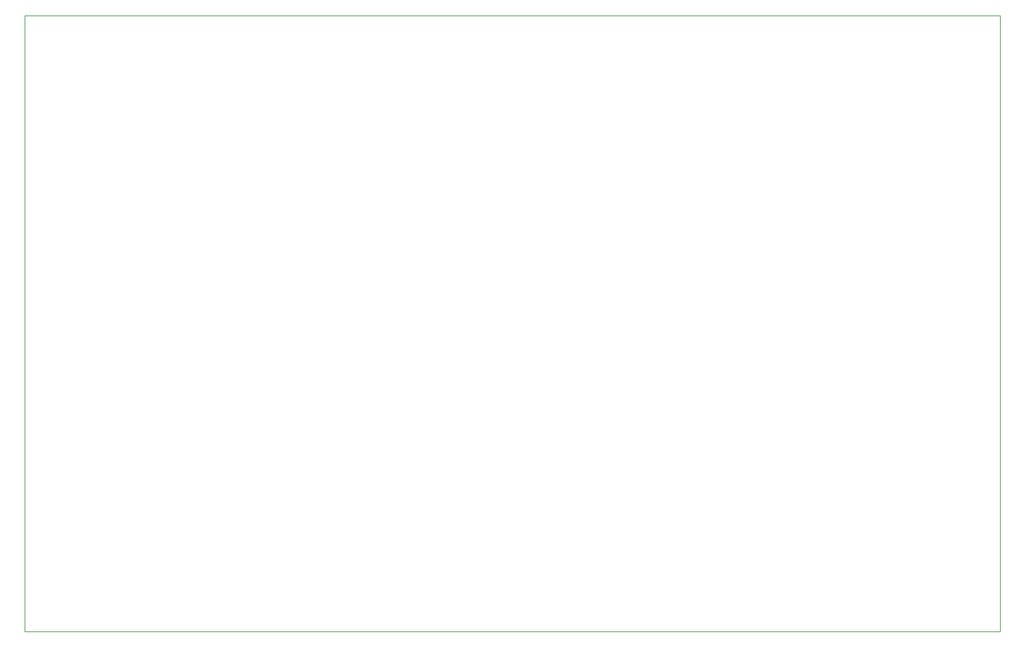
<source format=gbr>
%TF.GenerationSoftware,KiCad,Pcbnew,8.0.6*%
%TF.CreationDate,2024-12-31T14:32:05-08:00*%
%TF.ProjectId,Avionics Power Regulation Board,4176696f-6e69-4637-9320-506f77657220,3*%
%TF.SameCoordinates,Original*%
%TF.FileFunction,Profile,NP*%
%FSLAX46Y46*%
G04 Gerber Fmt 4.6, Leading zero omitted, Abs format (unit mm)*
G04 Created by KiCad (PCBNEW 8.0.6) date 2024-12-31 14:32:05*
%MOMM*%
%LPD*%
G01*
G04 APERTURE LIST*
%TA.AperFunction,Profile*%
%ADD10C,0.050000*%
%TD*%
G04 APERTURE END LIST*
D10*
X20535200Y-17071400D02*
X20535200Y-97563000D01*
X147941600Y-97563000D02*
X147941600Y-17071400D01*
X20535200Y-97563000D02*
X147941600Y-97563000D01*
X20535200Y-17071400D02*
X147941600Y-17071400D01*
M02*

</source>
